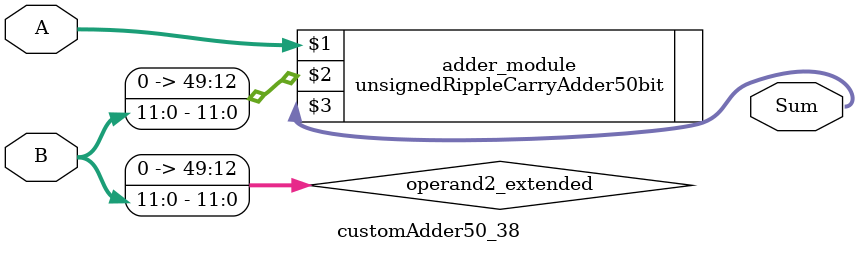
<source format=v>
module customAdder50_38(
                        input [49 : 0] A,
                        input [11 : 0] B,
                        
                        output [50 : 0] Sum
                );

        wire [49 : 0] operand2_extended;
        
        assign operand2_extended =  {38'b0, B};
        
        unsignedRippleCarryAdder50bit adder_module(
            A,
            operand2_extended,
            Sum
        );
        
        endmodule
        
</source>
